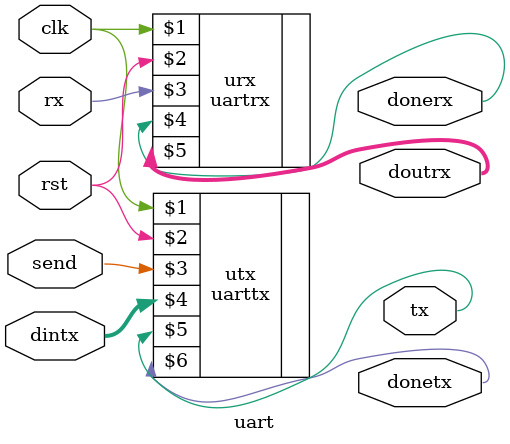
<source format=v>

module uart #(parameter clk_freq = 1000000, parameter baud_rate = 9600) 
  (
    input clk, rst,
    input rx, //data is received serially through this port
    input [7:0] dintx, //data that is to be sent serially through tx port
    input send, //start sending data when send is high
    output tx, //input data is sent serially through this port
    output [7:0] doutrx, //serial input converted to 8-bit value
    output donetx, //this is made high to indicate completion of data transmission
    output donerx //status flag to indicate complete receival of data
  );
        
  uarttx #(clk_freq, baud_rate) utx (clk, rst, send, dintx, tx, donetx); //TX module instantiation
  
  uartrx #(clk_freq, baud_rate) urx (clk, rst, rx, donerx, doutrx); //RX module instantiation
  
endmodule

</source>
